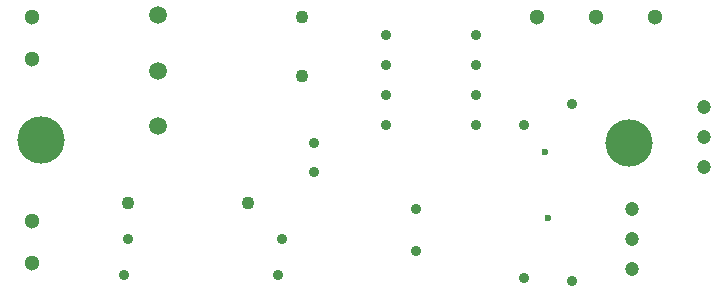
<source format=gbr>
G04 Generated by Ultiboard 14.1 *
%FSLAX34Y34*%
%MOMM*%

%ADD10C,0.0001*%
%ADD11C,4.0000*%
%ADD12C,1.3000*%
%ADD13C,0.9000*%
%ADD14C,1.1000*%
%ADD15C,1.5000*%
%ADD16C,1.2000*%
%ADD17C,0.6000*%


G04 ColorRGB 000000 for the following layer *
%LNDrill-Copper Top-Copper Bottom*%
%LPD*%
G54D11*
X541020Y132080D03*
X43180Y134620D03*
G54D12*
X35560Y30480D03*
X35560Y66040D03*
X35560Y203200D03*
X35560Y238760D03*
X463080Y238760D03*
X513080Y238760D03*
X563080Y238760D03*
G54D13*
X360680Y76200D03*
X360680Y40640D03*
X274320Y107080D03*
X274320Y132080D03*
X335280Y147320D03*
X335280Y172720D03*
X411480Y172720D03*
X335280Y198120D03*
X411480Y198120D03*
X335280Y223520D03*
X411480Y223520D03*
X411480Y147320D03*
X452120Y17320D03*
X452120Y147320D03*
X113840Y20320D03*
X243840Y20320D03*
X246840Y50800D03*
X116840Y50800D03*
X492760Y165240D03*
X492760Y15240D03*
G54D14*
X218440Y81280D03*
X116840Y81280D03*
X264160Y188760D03*
X264160Y238760D03*
G54D15*
X142240Y146040D03*
X142240Y240040D03*
X142240Y193040D03*
G54D16*
X604520Y111760D03*
X604520Y137160D03*
X604520Y162560D03*
X543560Y25400D03*
X543560Y50800D03*
X543560Y76200D03*
G54D17*
X469900Y124460D03*
X472440Y68580D03*

M02*

</source>
